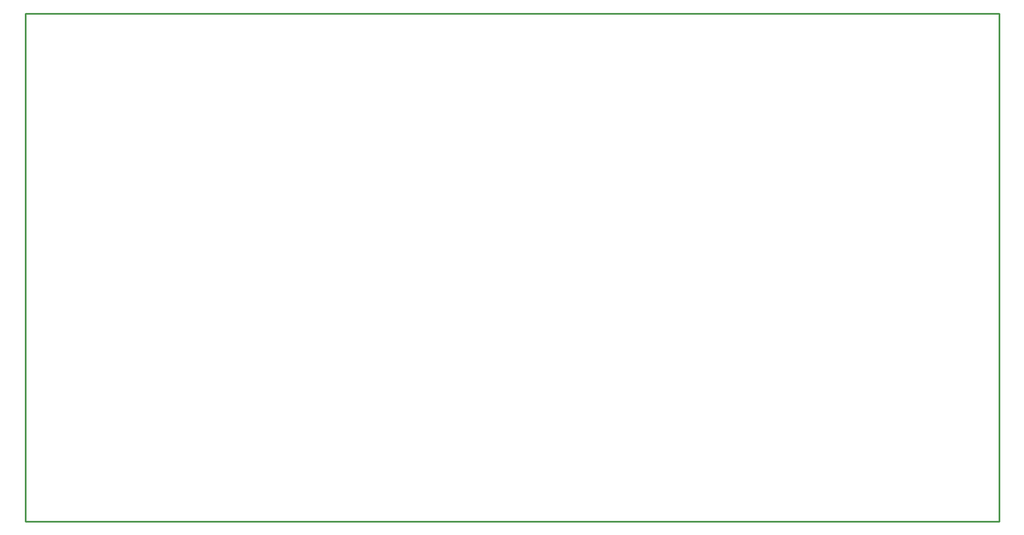
<source format=gbo>
G04 (created by PCBNEW-RS274X (2010-03-14)-final) date Wed 08 Jun 2011 02:42:47 PM PDT*
G01*
G70*
G90*
%MOIN*%
G04 Gerber Fmt 3.4, Leading zero omitted, Abs format*
%FSLAX34Y34*%
G04 APERTURE LIST*
%ADD10C,0.006000*%
%ADD11C,0.009000*%
G04 APERTURE END LIST*
G54D10*
G54D11*
X29250Y-25750D02*
X29250Y-55750D01*
X86750Y-25750D02*
X29250Y-25750D01*
X86750Y-55750D02*
X86750Y-25750D01*
X29250Y-55750D02*
X86750Y-55750D01*
M02*

</source>
